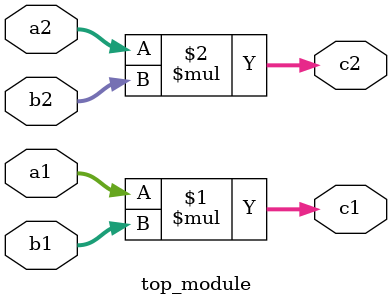
<source format=v>
module top_module
(
    
    input [2:0] a1,a2,b1,b2,
    output [5:0] c1,c2
   
);
  assign c1 = a1*b1;
  assign c2 = a2*b2;

endmodule

</source>
